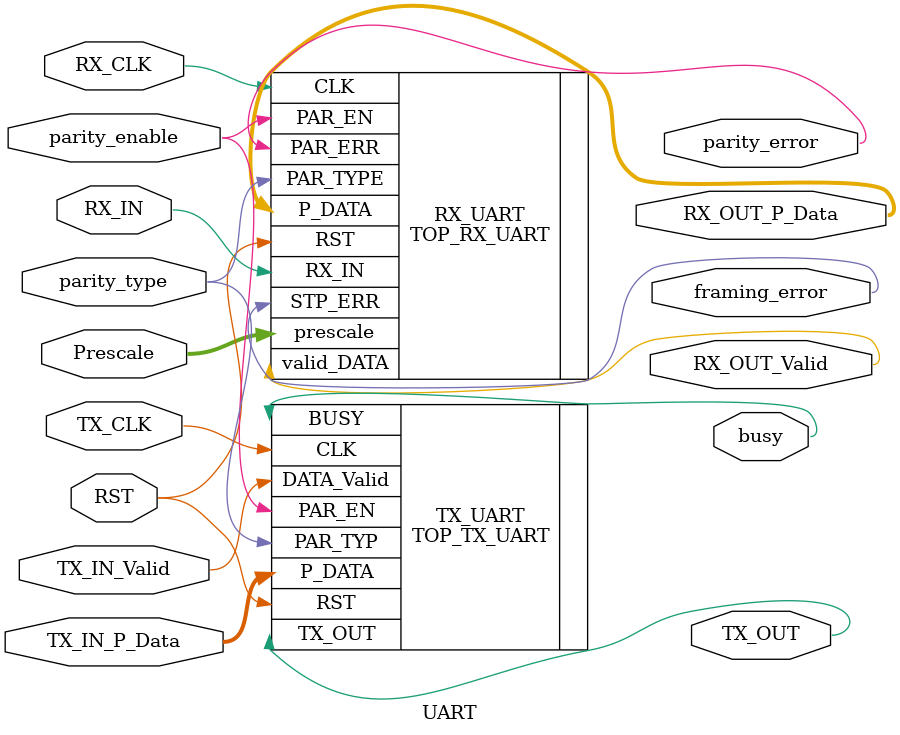
<source format=v>

module UART   (
input wire			 RST,
input wire			 TX_CLK,
input wire			 RX_CLK,
input wire			 parity_enable,
input wire			 parity_type,
input wire	 [5:0]   Prescale,
input wire 				RX_IN,
input wire [7:0]  	TX_IN_P_Data,
input wire 			TX_IN_Valid,


output wire [7:0]   RX_OUT_P_Data  ,          
output wire 		RX_OUT_Valid   ,           
output wire 		TX_OUT,
output wire 		busy,
output wire 		parity_error,
output wire 		framing_error      
);







TOP_TX_UART	TX_UART(
.P_DATA(TX_IN_P_Data),
.DATA_Valid(TX_IN_Valid),
.PAR_EN(parity_enable),
.PAR_TYP(parity_type),
.RST(RST),
.CLK(TX_CLK),
.TX_OUT(TX_OUT),
.BUSY(busy)


);






TOP_RX_UART RX_UART (
.RX_IN(RX_IN),
.prescale(Prescale),
.PAR_EN(parity_enable),
.PAR_TYPE(parity_type),
.CLK(RX_CLK),
.RST(RST),
.valid_DATA(RX_OUT_Valid),
.P_DATA(RX_OUT_P_Data),
.PAR_ERR(parity_error),
.STP_ERR(framing_error)





);
endmodule
</source>
